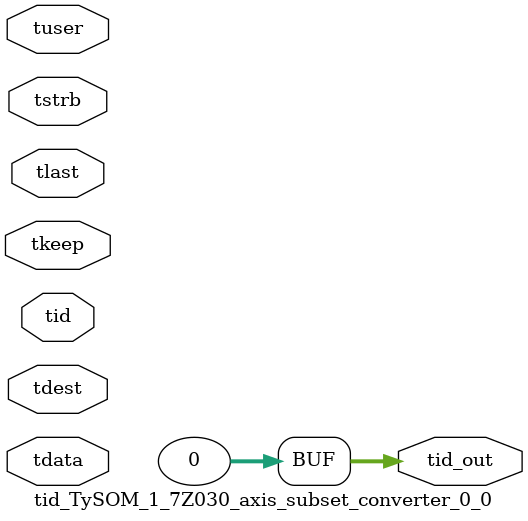
<source format=v>


`timescale 1ps/1ps

module tid_TySOM_1_7Z030_axis_subset_converter_0_0 #
(
parameter C_S_AXIS_TID_WIDTH   = 1,
parameter C_S_AXIS_TUSER_WIDTH = 0,
parameter C_S_AXIS_TDATA_WIDTH = 0,
parameter C_S_AXIS_TDEST_WIDTH = 0,
parameter C_M_AXIS_TID_WIDTH   = 32
)
(
input  [(C_S_AXIS_TID_WIDTH   == 0 ? 1 : C_S_AXIS_TID_WIDTH)-1:0       ] tid,
input  [(C_S_AXIS_TDATA_WIDTH == 0 ? 1 : C_S_AXIS_TDATA_WIDTH)-1:0     ] tdata,
input  [(C_S_AXIS_TUSER_WIDTH == 0 ? 1 : C_S_AXIS_TUSER_WIDTH)-1:0     ] tuser,
input  [(C_S_AXIS_TDEST_WIDTH == 0 ? 1 : C_S_AXIS_TDEST_WIDTH)-1:0     ] tdest,
input  [(C_S_AXIS_TDATA_WIDTH/8)-1:0 ] tkeep,
input  [(C_S_AXIS_TDATA_WIDTH/8)-1:0 ] tstrb,
input                                                                    tlast,
output [(C_M_AXIS_TID_WIDTH   == 0 ? 1 : C_M_AXIS_TID_WIDTH)-1:0       ] tid_out
);

assign tid_out = {1'b0};

endmodule


</source>
